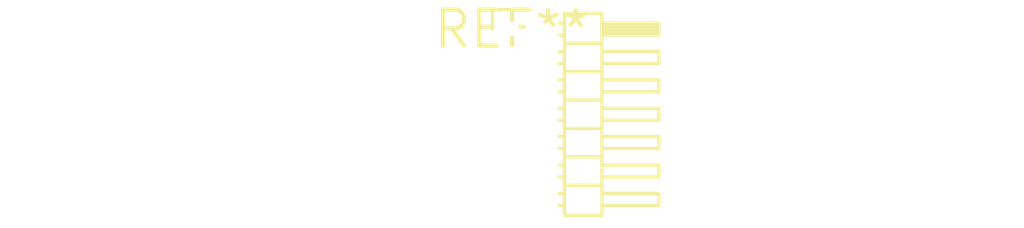
<source format=kicad_pcb>
(kicad_pcb (version 20240108) (generator pcbnew)
  (layers (0 "F.Cu" signal) (31 "B.Cu" signal) (34 "B.Paste" user) (35 "F.Paste" user) (36 "B.SilkS" user "B.Silkscreen") (37 "F.SilkS" user "F.Silkscreen") (38 "B.Mask" user) (39 "F.Mask" user) (44 "Edge.Cuts" user))
  (net 0 "")
  (footprint "PinHeader_2x07_P1.00mm_Horizontal" (layer "F.Cu") (at 0 0)
    (property "Reference" "REF**")
    (property "Value" "PinHeader_2x07_P1.00mm_Horizontal")
    (fp_line (start -0.685 -0.685) (end 0 -0.685) (layer "F.SilkS") (stroke (width 0.12)))
    (fp_line (start -0.685 0) (end -0.685 -0.685) (layer "F.SilkS") (stroke (width 0.12)))
    (fp_line (start 1.652016 -0.21) (end 1.84 -0.21) (layer "F.SilkS") (stroke (width 0.12)))
    (fp_line (start 1.652016 0.21) (end 1.84 0.21) (layer "F.SilkS") (stroke (width 0.12)))
    (fp_line (start 1.652016 0.79) (end 1.84 0.79) (layer "F.SilkS") (stroke (width 0.12)))
    (fp_line (start 1.652016 1.21) (end 1.84 1.21) (layer "F.SilkS") (stroke (width 0.12)))
    (fp_line (start 1.652016 1.79) (end 1.84 1.79) (layer "F.SilkS") (stroke (width 0.12)))
    (fp_line (start 1.652016 2.21) (end 1.84 2.21) (layer "F.SilkS") (stroke (width 0.12)))
    (fp_line (start 1.652016 2.79) (end 1.84 2.79) (layer "F.SilkS") (stroke (width 0.12)))
    (fp_line (start 1.652016 3.21) (end 1.84 3.21) (layer "F.SilkS") (stroke (width 0.12)))
    (fp_line (start 1.652016 3.79) (end 1.84 3.79) (layer "F.SilkS") (stroke (width 0.12)))
    (fp_line (start 1.652016 4.21) (end 1.84 4.21) (layer "F.SilkS") (stroke (width 0.12)))
    (fp_line (start 1.652016 4.79) (end 1.84 4.79) (layer "F.SilkS") (stroke (width 0.12)))
    (fp_line (start 1.652016 5.21) (end 1.84 5.21) (layer "F.SilkS") (stroke (width 0.12)))
    (fp_line (start 1.652016 5.79) (end 1.84 5.79) (layer "F.SilkS") (stroke (width 0.12)))
    (fp_line (start 1.652016 6.21) (end 1.84 6.21) (layer "F.SilkS") (stroke (width 0.12)))
    (fp_line (start 1.84 -0.56) (end 1.84 6.56) (layer "F.SilkS") (stroke (width 0.12)))
    (fp_line (start 1.84 0.5) (end 3.16 0.5) (layer "F.SilkS") (stroke (width 0.12)))
    (fp_line (start 1.84 1.5) (end 3.16 1.5) (layer "F.SilkS") (stroke (width 0.12)))
    (fp_line (start 1.84 2.5) (end 3.16 2.5) (layer "F.SilkS") (stroke (width 0.12)))
    (fp_line (start 1.84 3.5) (end 3.16 3.5) (layer "F.SilkS") (stroke (width 0.12)))
    (fp_line (start 1.84 4.5) (end 3.16 4.5) (layer "F.SilkS") (stroke (width 0.12)))
    (fp_line (start 1.84 5.5) (end 3.16 5.5) (layer "F.SilkS") (stroke (width 0.12)))
    (fp_line (start 1.84 6.56) (end 3.16 6.56) (layer "F.SilkS") (stroke (width 0.12)))
    (fp_line (start 3.16 -0.56) (end 1.84 -0.56) (layer "F.SilkS") (stroke (width 0.12)))
    (fp_line (start 3.16 -0.21) (end 5.16 -0.21) (layer "F.SilkS") (stroke (width 0.12)))
    (fp_line (start 3.16 -0.15) (end 5.16 -0.15) (layer "F.SilkS") (stroke (width 0.12)))
    (fp_line (start 3.16 -0.03) (end 5.16 -0.03) (layer "F.SilkS") (stroke (width 0.12)))
    (fp_line (start 3.16 0.09) (end 5.16 0.09) (layer "F.SilkS") (stroke (width 0.12)))
    (fp_line (start 3.16 0.79) (end 5.16 0.79) (layer "F.SilkS") (stroke (width 0.12)))
    (fp_line (start 3.16 1.79) (end 5.16 1.79) (layer "F.SilkS") (stroke (width 0.12)))
    (fp_line (start 3.16 2.79) (end 5.16 2.79) (layer "F.SilkS") (stroke (width 0.12)))
    (fp_line (start 3.16 3.79) (end 5.16 3.79) (layer "F.SilkS") (stroke (width 0.12)))
    (fp_line (start 3.16 4.79) (end 5.16 4.79) (layer "F.SilkS") (stroke (width 0.12)))
    (fp_line (start 3.16 5.79) (end 5.16 5.79) (layer "F.SilkS") (stroke (width 0.12)))
    (fp_line (start 3.16 6.56) (end 3.16 -0.56) (layer "F.SilkS") (stroke (width 0.12)))
    (fp_line (start 5.16 -0.21) (end 5.16 0.21) (layer "F.SilkS") (stroke (width 0.12)))
    (fp_line (start 5.16 0.21) (end 3.16 0.21) (layer "F.SilkS") (stroke (width 0.12)))
    (fp_line (start 5.16 0.79) (end 5.16 1.21) (layer "F.SilkS") (stroke (width 0.12)))
    (fp_line (start 5.16 1.21) (end 3.16 1.21) (layer "F.SilkS") (stroke (width 0.12)))
    (fp_line (start 5.16 1.79) (end 5.16 2.21) (layer "F.SilkS") (stroke (width 0.12)))
    (fp_line (start 5.16 2.21) (end 3.16 2.21) (layer "F.SilkS") (stroke (width 0.12)))
    (fp_line (start 5.16 2.79) (end 5.16 3.21) (layer "F.SilkS") (stroke (width 0.12)))
    (fp_line (start 5.16 3.21) (end 3.16 3.21) (layer "F.SilkS") (stroke (width 0.12)))
    (fp_line (start 5.16 3.79) (end 5.16 4.21) (layer "F.SilkS") (stroke (width 0.12)))
    (fp_line (start 5.16 4.21) (end 3.16 4.21) (layer "F.SilkS") (stroke (width 0.12)))
    (fp_line (start 5.16 4.79) (end 5.16 5.21) (layer "F.SilkS") (stroke (width 0.12)))
    (fp_line (start 5.16 5.21) (end 3.16 5.21) (layer "F.SilkS") (stroke (width 0.12)))
    (fp_line (start 5.16 5.79) (end 5.16 6.21) (layer "F.SilkS") (stroke (width 0.12)))
    (fp_line (start 5.16 6.21) (end 3.16 6.21) (layer "F.SilkS") (stroke (width 0.12)))
    (pad "1" thru_hole rect (at 0 0) (size 0.85 0.85) (drill 0.5) (layers *.Cu *.Mask) (remove_unused_layers))
    (pad "2" thru_hole oval (at 1 0) (size 0.85 0.85) (drill 0.5) (layers *.Cu *.Mask) (remove_unused_layers))
    (pad "3" thru_hole oval (at 0 1) (size 0.85 0.85) (drill 0.5) (layers *.Cu *.Mask) (remove_unused_layers))
    (pad "4" thru_hole oval (at 1 1) (size 0.85 0.85) (drill 0.5) (layers *.Cu *.Mask) (remove_unused_layers))
    (pad "5" thru_hole oval (at 0 2) (size 0.85 0.85) (drill 0.5) (layers *.Cu *.Mask) (remove_unused_layers))
    (pad "6" thru_hole oval (at 1 2) (size 0.85 0.85) (drill 0.5) (layers *.Cu *.Mask) (remove_unused_layers))
    (pad "7" thru_hole oval (at 0 3) (size 0.85 0.85) (drill 0.5) (layers *.Cu *.Mask) (remove_unused_layers))
    (pad "8" thru_hole oval (at 1 3) (size 0.85 0.85) (drill 0.5) (layers *.Cu *.Mask) (remove_unused_layers))
    (pad "9" thru_hole oval (at 0 4) (size 0.85 0.85) (drill 0.5) (layers *.Cu *.Mask) (remove_unused_layers))
    (pad "10" thru_hole oval (at 1 4) (size 0.85 0.85) (drill 0.5) (layers *.Cu *.Mask) (remove_unused_layers))
    (pad "11" thru_hole oval (at 0 5) (size 0.85 0.85) (drill 0.5) (layers *.Cu *.Mask) (remove_unused_layers))
    (pad "12" thru_hole oval (at 1 5) (size 0.85 0.85) (drill 0.5) (layers *.Cu *.Mask) (remove_unused_layers))
    (pad "13" thru_hole oval (at 0 6) (size 0.85 0.85) (drill 0.5) (layers *.Cu *.Mask) (remove_unused_layers))
    (pad "14" thru_hole oval (at 1 6) (size 0.85 0.85) (drill 0.5) (layers *.Cu *.Mask) (remove_unused_layers))
  )
)
</source>
